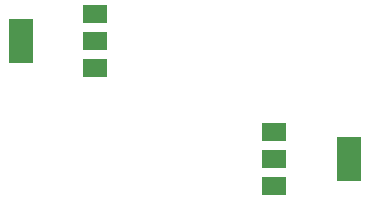
<source format=gbr>
%TF.GenerationSoftware,KiCad,Pcbnew,(6.0.0)*%
%TF.CreationDate,2022-06-16T16:12:24+02:00*%
%TF.ProjectId,sdrt41,73647274-3431-42e6-9b69-6361645f7063,rev?*%
%TF.SameCoordinates,Original*%
%TF.FileFunction,Paste,Bot*%
%TF.FilePolarity,Positive*%
%FSLAX46Y46*%
G04 Gerber Fmt 4.6, Leading zero omitted, Abs format (unit mm)*
G04 Created by KiCad (PCBNEW (6.0.0)) date 2022-06-16 16:12:24*
%MOMM*%
%LPD*%
G01*
G04 APERTURE LIST*
%ADD10R,2.000000X1.500000*%
%ADD11R,2.000000X3.800000*%
G04 APERTURE END LIST*
D10*
%TO.C,U2*%
X58191000Y-80405000D03*
D11*
X64491000Y-78105000D03*
D10*
X58191000Y-78105000D03*
X58191000Y-75805000D03*
%TD*%
%TO.C,U1*%
X43028000Y-65772000D03*
D11*
X36728000Y-68072000D03*
D10*
X43028000Y-68072000D03*
X43028000Y-70372000D03*
%TD*%
M02*

</source>
